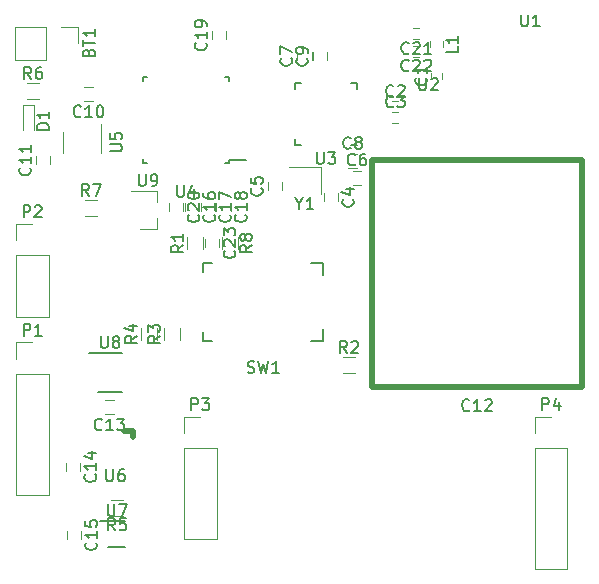
<source format=gto>
G04 #@! TF.FileFunction,Legend,Top*
%FSLAX46Y46*%
G04 Gerber Fmt 4.6, Leading zero omitted, Abs format (unit mm)*
G04 Created by KiCad (PCBNEW 4.0.5) date Thu Mar 16 09:26:44 2017*
%MOMM*%
%LPD*%
G01*
G04 APERTURE LIST*
%ADD10C,0.100000*%
%ADD11C,0.120000*%
%ADD12C,0.500000*%
%ADD13C,0.150000*%
%ADD14C,0.200000*%
G04 APERTURE END LIST*
D10*
D11*
X139278000Y-112607500D02*
X136618000Y-112607500D01*
X136618000Y-112607500D02*
X136618000Y-115387500D01*
X136618000Y-115387500D02*
X139278000Y-115387500D01*
X139278000Y-115387500D02*
X139278000Y-112607500D01*
X140548000Y-112607500D02*
X141938000Y-112607500D01*
X141938000Y-112607500D02*
X141938000Y-113997500D01*
X163957500Y-126700500D02*
X163957500Y-127400500D01*
X162757500Y-127400500D02*
X162757500Y-126700500D01*
X158023000Y-126461000D02*
X158023000Y-125761000D01*
X159223000Y-125761000D02*
X159223000Y-126461000D01*
X165230000Y-124799500D02*
X165930000Y-124799500D01*
X165930000Y-125999500D02*
X165230000Y-125999500D01*
X160535000Y-115462500D02*
X160535000Y-114762500D01*
X161735000Y-114762500D02*
X161735000Y-115462500D01*
X164849000Y-123402500D02*
X165549000Y-123402500D01*
X165549000Y-124602500D02*
X164849000Y-124602500D01*
X161868500Y-115462500D02*
X161868500Y-114762500D01*
X163068500Y-114762500D02*
X163068500Y-115462500D01*
X143184000Y-118915500D02*
X142484000Y-118915500D01*
X142484000Y-117715500D02*
X143184000Y-117715500D01*
X138424000Y-124253500D02*
X138424000Y-123553500D01*
X139624000Y-123553500D02*
X139624000Y-124253500D01*
D12*
X166840000Y-143147500D02*
X184640000Y-143147500D01*
X184640000Y-142897500D02*
X184640000Y-123897500D01*
X166840000Y-123897500D02*
X184640000Y-123897500D01*
X166840000Y-142897500D02*
X166840000Y-123897500D01*
D11*
X144975000Y-145430500D02*
X144275000Y-145430500D01*
X144275000Y-144230500D02*
X144975000Y-144230500D01*
X142141500Y-149510000D02*
X142141500Y-150210000D01*
X140941500Y-150210000D02*
X140941500Y-149510000D01*
X142205000Y-155288500D02*
X142205000Y-155988500D01*
X141005000Y-155988500D02*
X141005000Y-155288500D01*
X152210000Y-127526000D02*
X152210000Y-128226000D01*
X151010000Y-128226000D02*
X151010000Y-127526000D01*
X136694500Y-131940000D02*
X136694500Y-137140000D01*
X136694500Y-137140000D02*
X139474500Y-137140000D01*
X139474500Y-137140000D02*
X139474500Y-131940000D01*
X139474500Y-131940000D02*
X136694500Y-131940000D01*
X136694500Y-130670000D02*
X136694500Y-129280000D01*
X136694500Y-129280000D02*
X138084500Y-129280000D01*
X150900000Y-148270000D02*
X150900000Y-156010000D01*
X150900000Y-156010000D02*
X153680000Y-156010000D01*
X153680000Y-156010000D02*
X153680000Y-148270000D01*
X153680000Y-148270000D02*
X150900000Y-148270000D01*
X150900000Y-147000000D02*
X150900000Y-145610000D01*
X150900000Y-145610000D02*
X152290000Y-145610000D01*
X180610000Y-148270000D02*
X180610000Y-158550000D01*
X180610000Y-158550000D02*
X183390000Y-158550000D01*
X183390000Y-158550000D02*
X183390000Y-148270000D01*
X183390000Y-148270000D02*
X180610000Y-148270000D01*
X180610000Y-147000000D02*
X180610000Y-145610000D01*
X180610000Y-145610000D02*
X182000000Y-145610000D01*
X165381500Y-141891000D02*
X164381500Y-141891000D01*
X164381500Y-140531000D02*
X165381500Y-140531000D01*
X150575500Y-138107500D02*
X150575500Y-139107500D01*
X149215500Y-139107500D02*
X149215500Y-138107500D01*
X148607000Y-138107500D02*
X148607000Y-139107500D01*
X147247000Y-139107500D02*
X147247000Y-138107500D01*
X144760000Y-152659500D02*
X145760000Y-152659500D01*
X145760000Y-154019500D02*
X144760000Y-154019500D01*
D13*
X160316000Y-122640000D02*
X160316000Y-122115000D01*
X165566000Y-117390000D02*
X165566000Y-117915000D01*
X160316000Y-117390000D02*
X160316000Y-117915000D01*
X165566000Y-122640000D02*
X165041000Y-122640000D01*
X165566000Y-117390000D02*
X165041000Y-117390000D01*
X160316000Y-117390000D02*
X160841000Y-117390000D01*
X160316000Y-122640000D02*
X160841000Y-122640000D01*
X154727000Y-124135000D02*
X154727000Y-123910000D01*
X147477000Y-124135000D02*
X147477000Y-123810000D01*
X147477000Y-116885000D02*
X147477000Y-117210000D01*
X154727000Y-116885000D02*
X154727000Y-117210000D01*
X154727000Y-124135000D02*
X154402000Y-124135000D01*
X154727000Y-116885000D02*
X154402000Y-116885000D01*
X147477000Y-116885000D02*
X147802000Y-116885000D01*
X147477000Y-124135000D02*
X147802000Y-124135000D01*
X154727000Y-123910000D02*
X156152000Y-123910000D01*
D11*
X140716000Y-121479500D02*
X140716000Y-123279500D01*
X143936000Y-123279500D02*
X143936000Y-120829500D01*
D12*
X145859500Y-146812000D02*
X146621500Y-146812000D01*
X146621500Y-146812000D02*
X146621500Y-147320000D01*
D13*
X143628000Y-143572500D02*
X145678000Y-143572500D01*
X142923000Y-140272500D02*
X145678000Y-140272500D01*
X144499500Y-156675000D02*
X145949500Y-156675000D01*
X143774500Y-154475000D02*
X145949500Y-154475000D01*
D11*
X162513000Y-126753000D02*
X162513000Y-124453000D01*
X162513000Y-124453000D02*
X159813000Y-124453000D01*
X148623500Y-129710000D02*
X148623500Y-128780000D01*
X148623500Y-126550000D02*
X148623500Y-127480000D01*
X148623500Y-126550000D02*
X146463500Y-126550000D01*
X148623500Y-129710000D02*
X147163500Y-129710000D01*
X153543500Y-127526000D02*
X153543500Y-128226000D01*
X152343500Y-128226000D02*
X152343500Y-127526000D01*
X154877000Y-127526000D02*
X154877000Y-128226000D01*
X153677000Y-128226000D02*
X153677000Y-127526000D01*
X153296000Y-113684500D02*
X153296000Y-112984500D01*
X154496000Y-112984500D02*
X154496000Y-113684500D01*
X150876500Y-127526000D02*
X150876500Y-128226000D01*
X149676500Y-128226000D02*
X149676500Y-127526000D01*
X136694500Y-141973000D02*
X136694500Y-152253000D01*
X136694500Y-152253000D02*
X139474500Y-152253000D01*
X139474500Y-152253000D02*
X139474500Y-141973000D01*
X139474500Y-141973000D02*
X136694500Y-141973000D01*
X136694500Y-140703000D02*
X136694500Y-139313000D01*
X136694500Y-139313000D02*
X138084500Y-139313000D01*
X170346500Y-113677500D02*
X170846500Y-113677500D01*
X170846500Y-112737500D02*
X170346500Y-112737500D01*
X170346500Y-115138000D02*
X170846500Y-115138000D01*
X170846500Y-114198000D02*
X170346500Y-114198000D01*
X172841000Y-114346500D02*
X172841000Y-113846500D01*
X171781000Y-113846500D02*
X171781000Y-114346500D01*
X171841000Y-116513500D02*
X171841000Y-117013500D01*
X172781000Y-117013500D02*
X172781000Y-116513500D01*
X169068500Y-118897000D02*
X168568500Y-118897000D01*
X168568500Y-119837000D02*
X169068500Y-119837000D01*
X169068500Y-119786000D02*
X168568500Y-119786000D01*
X168568500Y-120726000D02*
X169068500Y-120726000D01*
X138267000Y-119273500D02*
X137267000Y-119273500D01*
X137267000Y-119273500D02*
X137267000Y-121373500D01*
X138267000Y-119273500D02*
X138267000Y-121373500D01*
X138648000Y-118713500D02*
X137648000Y-118713500D01*
X137648000Y-117353500D02*
X138648000Y-117353500D01*
X143537500Y-128619500D02*
X142537500Y-128619500D01*
X142537500Y-127259500D02*
X143537500Y-127259500D01*
D14*
X161706500Y-132575000D02*
X162722500Y-132575000D01*
X162722500Y-132575000D02*
X162722500Y-133591000D01*
X152562500Y-138417000D02*
X152562500Y-138925000D01*
X152562500Y-138925000D02*
X152562500Y-139179000D01*
X152562500Y-139179000D02*
X153324500Y-139179000D01*
X162722500Y-138163000D02*
X162722500Y-139179000D01*
X162722500Y-139179000D02*
X161706500Y-139179000D01*
X152562500Y-132575000D02*
X152562500Y-133083000D01*
X152562500Y-133083000D02*
X152562500Y-133337000D01*
X153324500Y-132575000D02*
X152562500Y-132575000D01*
D11*
X153924500Y-130574000D02*
X153924500Y-131274000D01*
X152724500Y-131274000D02*
X152724500Y-130574000D01*
X152544000Y-130424000D02*
X152544000Y-131424000D01*
X151184000Y-131424000D02*
X151184000Y-130424000D01*
X154105000Y-131424000D02*
X154105000Y-130424000D01*
X155465000Y-130424000D02*
X155465000Y-131424000D01*
D13*
X142866571Y-114783214D02*
X142914190Y-114640357D01*
X142961810Y-114592738D01*
X143057048Y-114545119D01*
X143199905Y-114545119D01*
X143295143Y-114592738D01*
X143342762Y-114640357D01*
X143390381Y-114735595D01*
X143390381Y-115116548D01*
X142390381Y-115116548D01*
X142390381Y-114783214D01*
X142438000Y-114687976D01*
X142485619Y-114640357D01*
X142580857Y-114592738D01*
X142676095Y-114592738D01*
X142771333Y-114640357D01*
X142818952Y-114687976D01*
X142866571Y-114783214D01*
X142866571Y-115116548D01*
X142390381Y-114259405D02*
X142390381Y-113687976D01*
X143390381Y-113973691D02*
X142390381Y-113973691D01*
X143390381Y-112830833D02*
X143390381Y-113402262D01*
X143390381Y-113116548D02*
X142390381Y-113116548D01*
X142533238Y-113211786D01*
X142628476Y-113307024D01*
X142676095Y-113402262D01*
X165214643Y-127217166D02*
X165262262Y-127264785D01*
X165309881Y-127407642D01*
X165309881Y-127502880D01*
X165262262Y-127645738D01*
X165167024Y-127740976D01*
X165071786Y-127788595D01*
X164881310Y-127836214D01*
X164738452Y-127836214D01*
X164547976Y-127788595D01*
X164452738Y-127740976D01*
X164357500Y-127645738D01*
X164309881Y-127502880D01*
X164309881Y-127407642D01*
X164357500Y-127264785D01*
X164405119Y-127217166D01*
X164643214Y-126360023D02*
X165309881Y-126360023D01*
X164262262Y-126598119D02*
X164976548Y-126836214D01*
X164976548Y-126217166D01*
X157480143Y-126277666D02*
X157527762Y-126325285D01*
X157575381Y-126468142D01*
X157575381Y-126563380D01*
X157527762Y-126706238D01*
X157432524Y-126801476D01*
X157337286Y-126849095D01*
X157146810Y-126896714D01*
X157003952Y-126896714D01*
X156813476Y-126849095D01*
X156718238Y-126801476D01*
X156623000Y-126706238D01*
X156575381Y-126563380D01*
X156575381Y-126468142D01*
X156623000Y-126325285D01*
X156670619Y-126277666D01*
X156575381Y-125372904D02*
X156575381Y-125849095D01*
X157051571Y-125896714D01*
X157003952Y-125849095D01*
X156956333Y-125753857D01*
X156956333Y-125515761D01*
X157003952Y-125420523D01*
X157051571Y-125372904D01*
X157146810Y-125325285D01*
X157384905Y-125325285D01*
X157480143Y-125372904D01*
X157527762Y-125420523D01*
X157575381Y-125515761D01*
X157575381Y-125753857D01*
X157527762Y-125849095D01*
X157480143Y-125896714D01*
X165413334Y-124256643D02*
X165365715Y-124304262D01*
X165222858Y-124351881D01*
X165127620Y-124351881D01*
X164984762Y-124304262D01*
X164889524Y-124209024D01*
X164841905Y-124113786D01*
X164794286Y-123923310D01*
X164794286Y-123780452D01*
X164841905Y-123589976D01*
X164889524Y-123494738D01*
X164984762Y-123399500D01*
X165127620Y-123351881D01*
X165222858Y-123351881D01*
X165365715Y-123399500D01*
X165413334Y-123447119D01*
X166270477Y-123351881D02*
X166080000Y-123351881D01*
X165984762Y-123399500D01*
X165937143Y-123447119D01*
X165841905Y-123589976D01*
X165794286Y-123780452D01*
X165794286Y-124161405D01*
X165841905Y-124256643D01*
X165889524Y-124304262D01*
X165984762Y-124351881D01*
X166175239Y-124351881D01*
X166270477Y-124304262D01*
X166318096Y-124256643D01*
X166365715Y-124161405D01*
X166365715Y-123923310D01*
X166318096Y-123828071D01*
X166270477Y-123780452D01*
X166175239Y-123732833D01*
X165984762Y-123732833D01*
X165889524Y-123780452D01*
X165841905Y-123828071D01*
X165794286Y-123923310D01*
X159992143Y-115279166D02*
X160039762Y-115326785D01*
X160087381Y-115469642D01*
X160087381Y-115564880D01*
X160039762Y-115707738D01*
X159944524Y-115802976D01*
X159849286Y-115850595D01*
X159658810Y-115898214D01*
X159515952Y-115898214D01*
X159325476Y-115850595D01*
X159230238Y-115802976D01*
X159135000Y-115707738D01*
X159087381Y-115564880D01*
X159087381Y-115469642D01*
X159135000Y-115326785D01*
X159182619Y-115279166D01*
X159087381Y-114945833D02*
X159087381Y-114279166D01*
X160087381Y-114707738D01*
X165032334Y-122859643D02*
X164984715Y-122907262D01*
X164841858Y-122954881D01*
X164746620Y-122954881D01*
X164603762Y-122907262D01*
X164508524Y-122812024D01*
X164460905Y-122716786D01*
X164413286Y-122526310D01*
X164413286Y-122383452D01*
X164460905Y-122192976D01*
X164508524Y-122097738D01*
X164603762Y-122002500D01*
X164746620Y-121954881D01*
X164841858Y-121954881D01*
X164984715Y-122002500D01*
X165032334Y-122050119D01*
X165603762Y-122383452D02*
X165508524Y-122335833D01*
X165460905Y-122288214D01*
X165413286Y-122192976D01*
X165413286Y-122145357D01*
X165460905Y-122050119D01*
X165508524Y-122002500D01*
X165603762Y-121954881D01*
X165794239Y-121954881D01*
X165889477Y-122002500D01*
X165937096Y-122050119D01*
X165984715Y-122145357D01*
X165984715Y-122192976D01*
X165937096Y-122288214D01*
X165889477Y-122335833D01*
X165794239Y-122383452D01*
X165603762Y-122383452D01*
X165508524Y-122431071D01*
X165460905Y-122478690D01*
X165413286Y-122573929D01*
X165413286Y-122764405D01*
X165460905Y-122859643D01*
X165508524Y-122907262D01*
X165603762Y-122954881D01*
X165794239Y-122954881D01*
X165889477Y-122907262D01*
X165937096Y-122859643D01*
X165984715Y-122764405D01*
X165984715Y-122573929D01*
X165937096Y-122478690D01*
X165889477Y-122431071D01*
X165794239Y-122383452D01*
X161325643Y-115279166D02*
X161373262Y-115326785D01*
X161420881Y-115469642D01*
X161420881Y-115564880D01*
X161373262Y-115707738D01*
X161278024Y-115802976D01*
X161182786Y-115850595D01*
X160992310Y-115898214D01*
X160849452Y-115898214D01*
X160658976Y-115850595D01*
X160563738Y-115802976D01*
X160468500Y-115707738D01*
X160420881Y-115564880D01*
X160420881Y-115469642D01*
X160468500Y-115326785D01*
X160516119Y-115279166D01*
X161420881Y-114802976D02*
X161420881Y-114612500D01*
X161373262Y-114517261D01*
X161325643Y-114469642D01*
X161182786Y-114374404D01*
X160992310Y-114326785D01*
X160611357Y-114326785D01*
X160516119Y-114374404D01*
X160468500Y-114422023D01*
X160420881Y-114517261D01*
X160420881Y-114707738D01*
X160468500Y-114802976D01*
X160516119Y-114850595D01*
X160611357Y-114898214D01*
X160849452Y-114898214D01*
X160944690Y-114850595D01*
X160992310Y-114802976D01*
X161039929Y-114707738D01*
X161039929Y-114517261D01*
X160992310Y-114422023D01*
X160944690Y-114374404D01*
X160849452Y-114326785D01*
X142191143Y-120172643D02*
X142143524Y-120220262D01*
X142000667Y-120267881D01*
X141905429Y-120267881D01*
X141762571Y-120220262D01*
X141667333Y-120125024D01*
X141619714Y-120029786D01*
X141572095Y-119839310D01*
X141572095Y-119696452D01*
X141619714Y-119505976D01*
X141667333Y-119410738D01*
X141762571Y-119315500D01*
X141905429Y-119267881D01*
X142000667Y-119267881D01*
X142143524Y-119315500D01*
X142191143Y-119363119D01*
X143143524Y-120267881D02*
X142572095Y-120267881D01*
X142857809Y-120267881D02*
X142857809Y-119267881D01*
X142762571Y-119410738D01*
X142667333Y-119505976D01*
X142572095Y-119553595D01*
X143762571Y-119267881D02*
X143857810Y-119267881D01*
X143953048Y-119315500D01*
X144000667Y-119363119D01*
X144048286Y-119458357D01*
X144095905Y-119648833D01*
X144095905Y-119886929D01*
X144048286Y-120077405D01*
X144000667Y-120172643D01*
X143953048Y-120220262D01*
X143857810Y-120267881D01*
X143762571Y-120267881D01*
X143667333Y-120220262D01*
X143619714Y-120172643D01*
X143572095Y-120077405D01*
X143524476Y-119886929D01*
X143524476Y-119648833D01*
X143572095Y-119458357D01*
X143619714Y-119363119D01*
X143667333Y-119315500D01*
X143762571Y-119267881D01*
X137881143Y-124546357D02*
X137928762Y-124593976D01*
X137976381Y-124736833D01*
X137976381Y-124832071D01*
X137928762Y-124974929D01*
X137833524Y-125070167D01*
X137738286Y-125117786D01*
X137547810Y-125165405D01*
X137404952Y-125165405D01*
X137214476Y-125117786D01*
X137119238Y-125070167D01*
X137024000Y-124974929D01*
X136976381Y-124832071D01*
X136976381Y-124736833D01*
X137024000Y-124593976D01*
X137071619Y-124546357D01*
X137976381Y-123593976D02*
X137976381Y-124165405D01*
X137976381Y-123879691D02*
X136976381Y-123879691D01*
X137119238Y-123974929D01*
X137214476Y-124070167D01*
X137262095Y-124165405D01*
X137976381Y-122641595D02*
X137976381Y-123213024D01*
X137976381Y-122927310D02*
X136976381Y-122927310D01*
X137119238Y-123022548D01*
X137214476Y-123117786D01*
X137262095Y-123213024D01*
X175097143Y-145060643D02*
X175049524Y-145108262D01*
X174906667Y-145155881D01*
X174811429Y-145155881D01*
X174668571Y-145108262D01*
X174573333Y-145013024D01*
X174525714Y-144917786D01*
X174478095Y-144727310D01*
X174478095Y-144584452D01*
X174525714Y-144393976D01*
X174573333Y-144298738D01*
X174668571Y-144203500D01*
X174811429Y-144155881D01*
X174906667Y-144155881D01*
X175049524Y-144203500D01*
X175097143Y-144251119D01*
X176049524Y-145155881D02*
X175478095Y-145155881D01*
X175763809Y-145155881D02*
X175763809Y-144155881D01*
X175668571Y-144298738D01*
X175573333Y-144393976D01*
X175478095Y-144441595D01*
X176430476Y-144251119D02*
X176478095Y-144203500D01*
X176573333Y-144155881D01*
X176811429Y-144155881D01*
X176906667Y-144203500D01*
X176954286Y-144251119D01*
X177001905Y-144346357D01*
X177001905Y-144441595D01*
X176954286Y-144584452D01*
X176382857Y-145155881D01*
X177001905Y-145155881D01*
X143982143Y-146687643D02*
X143934524Y-146735262D01*
X143791667Y-146782881D01*
X143696429Y-146782881D01*
X143553571Y-146735262D01*
X143458333Y-146640024D01*
X143410714Y-146544786D01*
X143363095Y-146354310D01*
X143363095Y-146211452D01*
X143410714Y-146020976D01*
X143458333Y-145925738D01*
X143553571Y-145830500D01*
X143696429Y-145782881D01*
X143791667Y-145782881D01*
X143934524Y-145830500D01*
X143982143Y-145878119D01*
X144934524Y-146782881D02*
X144363095Y-146782881D01*
X144648809Y-146782881D02*
X144648809Y-145782881D01*
X144553571Y-145925738D01*
X144458333Y-146020976D01*
X144363095Y-146068595D01*
X145267857Y-145782881D02*
X145886905Y-145782881D01*
X145553571Y-146163833D01*
X145696429Y-146163833D01*
X145791667Y-146211452D01*
X145839286Y-146259071D01*
X145886905Y-146354310D01*
X145886905Y-146592405D01*
X145839286Y-146687643D01*
X145791667Y-146735262D01*
X145696429Y-146782881D01*
X145410714Y-146782881D01*
X145315476Y-146735262D01*
X145267857Y-146687643D01*
X143398643Y-150502857D02*
X143446262Y-150550476D01*
X143493881Y-150693333D01*
X143493881Y-150788571D01*
X143446262Y-150931429D01*
X143351024Y-151026667D01*
X143255786Y-151074286D01*
X143065310Y-151121905D01*
X142922452Y-151121905D01*
X142731976Y-151074286D01*
X142636738Y-151026667D01*
X142541500Y-150931429D01*
X142493881Y-150788571D01*
X142493881Y-150693333D01*
X142541500Y-150550476D01*
X142589119Y-150502857D01*
X143493881Y-149550476D02*
X143493881Y-150121905D01*
X143493881Y-149836191D02*
X142493881Y-149836191D01*
X142636738Y-149931429D01*
X142731976Y-150026667D01*
X142779595Y-150121905D01*
X142827214Y-148693333D02*
X143493881Y-148693333D01*
X142446262Y-148931429D02*
X143160548Y-149169524D01*
X143160548Y-148550476D01*
X143462143Y-156281357D02*
X143509762Y-156328976D01*
X143557381Y-156471833D01*
X143557381Y-156567071D01*
X143509762Y-156709929D01*
X143414524Y-156805167D01*
X143319286Y-156852786D01*
X143128810Y-156900405D01*
X142985952Y-156900405D01*
X142795476Y-156852786D01*
X142700238Y-156805167D01*
X142605000Y-156709929D01*
X142557381Y-156567071D01*
X142557381Y-156471833D01*
X142605000Y-156328976D01*
X142652619Y-156281357D01*
X143557381Y-155328976D02*
X143557381Y-155900405D01*
X143557381Y-155614691D02*
X142557381Y-155614691D01*
X142700238Y-155709929D01*
X142795476Y-155805167D01*
X142843095Y-155900405D01*
X142557381Y-154424214D02*
X142557381Y-154900405D01*
X143033571Y-154948024D01*
X142985952Y-154900405D01*
X142938333Y-154805167D01*
X142938333Y-154567071D01*
X142985952Y-154471833D01*
X143033571Y-154424214D01*
X143128810Y-154376595D01*
X143366905Y-154376595D01*
X143462143Y-154424214D01*
X143509762Y-154471833D01*
X143557381Y-154567071D01*
X143557381Y-154805167D01*
X143509762Y-154900405D01*
X143462143Y-154948024D01*
X153467143Y-128518857D02*
X153514762Y-128566476D01*
X153562381Y-128709333D01*
X153562381Y-128804571D01*
X153514762Y-128947429D01*
X153419524Y-129042667D01*
X153324286Y-129090286D01*
X153133810Y-129137905D01*
X152990952Y-129137905D01*
X152800476Y-129090286D01*
X152705238Y-129042667D01*
X152610000Y-128947429D01*
X152562381Y-128804571D01*
X152562381Y-128709333D01*
X152610000Y-128566476D01*
X152657619Y-128518857D01*
X153562381Y-127566476D02*
X153562381Y-128137905D01*
X153562381Y-127852191D02*
X152562381Y-127852191D01*
X152705238Y-127947429D01*
X152800476Y-128042667D01*
X152848095Y-128137905D01*
X152562381Y-126709333D02*
X152562381Y-126899810D01*
X152610000Y-126995048D01*
X152657619Y-127042667D01*
X152800476Y-127137905D01*
X152990952Y-127185524D01*
X153371905Y-127185524D01*
X153467143Y-127137905D01*
X153514762Y-127090286D01*
X153562381Y-126995048D01*
X153562381Y-126804571D01*
X153514762Y-126709333D01*
X153467143Y-126661714D01*
X153371905Y-126614095D01*
X153133810Y-126614095D01*
X153038571Y-126661714D01*
X152990952Y-126709333D01*
X152943333Y-126804571D01*
X152943333Y-126995048D01*
X152990952Y-127090286D01*
X153038571Y-127137905D01*
X153133810Y-127185524D01*
X137346405Y-128732381D02*
X137346405Y-127732381D01*
X137727358Y-127732381D01*
X137822596Y-127780000D01*
X137870215Y-127827619D01*
X137917834Y-127922857D01*
X137917834Y-128065714D01*
X137870215Y-128160952D01*
X137822596Y-128208571D01*
X137727358Y-128256190D01*
X137346405Y-128256190D01*
X138298786Y-127827619D02*
X138346405Y-127780000D01*
X138441643Y-127732381D01*
X138679739Y-127732381D01*
X138774977Y-127780000D01*
X138822596Y-127827619D01*
X138870215Y-127922857D01*
X138870215Y-128018095D01*
X138822596Y-128160952D01*
X138251167Y-128732381D01*
X138870215Y-128732381D01*
X151551905Y-145062381D02*
X151551905Y-144062381D01*
X151932858Y-144062381D01*
X152028096Y-144110000D01*
X152075715Y-144157619D01*
X152123334Y-144252857D01*
X152123334Y-144395714D01*
X152075715Y-144490952D01*
X152028096Y-144538571D01*
X151932858Y-144586190D01*
X151551905Y-144586190D01*
X152456667Y-144062381D02*
X153075715Y-144062381D01*
X152742381Y-144443333D01*
X152885239Y-144443333D01*
X152980477Y-144490952D01*
X153028096Y-144538571D01*
X153075715Y-144633810D01*
X153075715Y-144871905D01*
X153028096Y-144967143D01*
X152980477Y-145014762D01*
X152885239Y-145062381D01*
X152599524Y-145062381D01*
X152504286Y-145014762D01*
X152456667Y-144967143D01*
X181261905Y-145062381D02*
X181261905Y-144062381D01*
X181642858Y-144062381D01*
X181738096Y-144110000D01*
X181785715Y-144157619D01*
X181833334Y-144252857D01*
X181833334Y-144395714D01*
X181785715Y-144490952D01*
X181738096Y-144538571D01*
X181642858Y-144586190D01*
X181261905Y-144586190D01*
X182690477Y-144395714D02*
X182690477Y-145062381D01*
X182452381Y-144014762D02*
X182214286Y-144729048D01*
X182833334Y-144729048D01*
X164714834Y-140213381D02*
X164381500Y-139737190D01*
X164143405Y-140213381D02*
X164143405Y-139213381D01*
X164524358Y-139213381D01*
X164619596Y-139261000D01*
X164667215Y-139308619D01*
X164714834Y-139403857D01*
X164714834Y-139546714D01*
X164667215Y-139641952D01*
X164619596Y-139689571D01*
X164524358Y-139737190D01*
X164143405Y-139737190D01*
X165095786Y-139308619D02*
X165143405Y-139261000D01*
X165238643Y-139213381D01*
X165476739Y-139213381D01*
X165571977Y-139261000D01*
X165619596Y-139308619D01*
X165667215Y-139403857D01*
X165667215Y-139499095D01*
X165619596Y-139641952D01*
X165048167Y-140213381D01*
X165667215Y-140213381D01*
X148897881Y-138774166D02*
X148421690Y-139107500D01*
X148897881Y-139345595D02*
X147897881Y-139345595D01*
X147897881Y-138964642D01*
X147945500Y-138869404D01*
X147993119Y-138821785D01*
X148088357Y-138774166D01*
X148231214Y-138774166D01*
X148326452Y-138821785D01*
X148374071Y-138869404D01*
X148421690Y-138964642D01*
X148421690Y-139345595D01*
X147897881Y-138440833D02*
X147897881Y-137821785D01*
X148278833Y-138155119D01*
X148278833Y-138012261D01*
X148326452Y-137917023D01*
X148374071Y-137869404D01*
X148469310Y-137821785D01*
X148707405Y-137821785D01*
X148802643Y-137869404D01*
X148850262Y-137917023D01*
X148897881Y-138012261D01*
X148897881Y-138297976D01*
X148850262Y-138393214D01*
X148802643Y-138440833D01*
X146929381Y-138774166D02*
X146453190Y-139107500D01*
X146929381Y-139345595D02*
X145929381Y-139345595D01*
X145929381Y-138964642D01*
X145977000Y-138869404D01*
X146024619Y-138821785D01*
X146119857Y-138774166D01*
X146262714Y-138774166D01*
X146357952Y-138821785D01*
X146405571Y-138869404D01*
X146453190Y-138964642D01*
X146453190Y-139345595D01*
X146262714Y-137917023D02*
X146929381Y-137917023D01*
X145881762Y-138155119D02*
X146596048Y-138393214D01*
X146596048Y-137774166D01*
X145093334Y-155241881D02*
X144760000Y-154765690D01*
X144521905Y-155241881D02*
X144521905Y-154241881D01*
X144902858Y-154241881D01*
X144998096Y-154289500D01*
X145045715Y-154337119D01*
X145093334Y-154432357D01*
X145093334Y-154575214D01*
X145045715Y-154670452D01*
X144998096Y-154718071D01*
X144902858Y-154765690D01*
X144521905Y-154765690D01*
X145998096Y-154241881D02*
X145521905Y-154241881D01*
X145474286Y-154718071D01*
X145521905Y-154670452D01*
X145617143Y-154622833D01*
X145855239Y-154622833D01*
X145950477Y-154670452D01*
X145998096Y-154718071D01*
X146045715Y-154813310D01*
X146045715Y-155051405D01*
X145998096Y-155146643D01*
X145950477Y-155194262D01*
X145855239Y-155241881D01*
X145617143Y-155241881D01*
X145521905Y-155194262D01*
X145474286Y-155146643D01*
X179486595Y-111580381D02*
X179486595Y-112389905D01*
X179534214Y-112485143D01*
X179581833Y-112532762D01*
X179677071Y-112580381D01*
X179867548Y-112580381D01*
X179962786Y-112532762D01*
X180010405Y-112485143D01*
X180058024Y-112389905D01*
X180058024Y-111580381D01*
X181058024Y-112580381D02*
X180486595Y-112580381D01*
X180772309Y-112580381D02*
X180772309Y-111580381D01*
X180677071Y-111723238D01*
X180581833Y-111818476D01*
X180486595Y-111866095D01*
X170850595Y-116977881D02*
X170850595Y-117787405D01*
X170898214Y-117882643D01*
X170945833Y-117930262D01*
X171041071Y-117977881D01*
X171231548Y-117977881D01*
X171326786Y-117930262D01*
X171374405Y-117882643D01*
X171422024Y-117787405D01*
X171422024Y-116977881D01*
X171850595Y-117073119D02*
X171898214Y-117025500D01*
X171993452Y-116977881D01*
X172231548Y-116977881D01*
X172326786Y-117025500D01*
X172374405Y-117073119D01*
X172422024Y-117168357D01*
X172422024Y-117263595D01*
X172374405Y-117406452D01*
X171802976Y-117977881D01*
X172422024Y-117977881D01*
X162179095Y-123217381D02*
X162179095Y-124026905D01*
X162226714Y-124122143D01*
X162274333Y-124169762D01*
X162369571Y-124217381D01*
X162560048Y-124217381D01*
X162655286Y-124169762D01*
X162702905Y-124122143D01*
X162750524Y-124026905D01*
X162750524Y-123217381D01*
X163131476Y-123217381D02*
X163750524Y-123217381D01*
X163417190Y-123598333D01*
X163560048Y-123598333D01*
X163655286Y-123645952D01*
X163702905Y-123693571D01*
X163750524Y-123788810D01*
X163750524Y-124026905D01*
X163702905Y-124122143D01*
X163655286Y-124169762D01*
X163560048Y-124217381D01*
X163274333Y-124217381D01*
X163179095Y-124169762D01*
X163131476Y-124122143D01*
X150340095Y-126012381D02*
X150340095Y-126821905D01*
X150387714Y-126917143D01*
X150435333Y-126964762D01*
X150530571Y-127012381D01*
X150721048Y-127012381D01*
X150816286Y-126964762D01*
X150863905Y-126917143D01*
X150911524Y-126821905D01*
X150911524Y-126012381D01*
X151816286Y-126345714D02*
X151816286Y-127012381D01*
X151578190Y-125964762D02*
X151340095Y-126679048D01*
X151959143Y-126679048D01*
X144678381Y-123141405D02*
X145487905Y-123141405D01*
X145583143Y-123093786D01*
X145630762Y-123046167D01*
X145678381Y-122950929D01*
X145678381Y-122760452D01*
X145630762Y-122665214D01*
X145583143Y-122617595D01*
X145487905Y-122569976D01*
X144678381Y-122569976D01*
X144678381Y-121617595D02*
X144678381Y-122093786D01*
X145154571Y-122141405D01*
X145106952Y-122093786D01*
X145059333Y-121998548D01*
X145059333Y-121760452D01*
X145106952Y-121665214D01*
X145154571Y-121617595D01*
X145249810Y-121569976D01*
X145487905Y-121569976D01*
X145583143Y-121617595D01*
X145630762Y-121665214D01*
X145678381Y-121760452D01*
X145678381Y-121998548D01*
X145630762Y-122093786D01*
X145583143Y-122141405D01*
X144335595Y-150074381D02*
X144335595Y-150883905D01*
X144383214Y-150979143D01*
X144430833Y-151026762D01*
X144526071Y-151074381D01*
X144716548Y-151074381D01*
X144811786Y-151026762D01*
X144859405Y-150979143D01*
X144907024Y-150883905D01*
X144907024Y-150074381D01*
X145811786Y-150074381D02*
X145621309Y-150074381D01*
X145526071Y-150122000D01*
X145478452Y-150169619D01*
X145383214Y-150312476D01*
X145335595Y-150502952D01*
X145335595Y-150883905D01*
X145383214Y-150979143D01*
X145430833Y-151026762D01*
X145526071Y-151074381D01*
X145716548Y-151074381D01*
X145811786Y-151026762D01*
X145859405Y-150979143D01*
X145907024Y-150883905D01*
X145907024Y-150645810D01*
X145859405Y-150550571D01*
X145811786Y-150502952D01*
X145716548Y-150455333D01*
X145526071Y-150455333D01*
X145430833Y-150502952D01*
X145383214Y-150550571D01*
X145335595Y-150645810D01*
X143891095Y-138799881D02*
X143891095Y-139609405D01*
X143938714Y-139704643D01*
X143986333Y-139752262D01*
X144081571Y-139799881D01*
X144272048Y-139799881D01*
X144367286Y-139752262D01*
X144414905Y-139704643D01*
X144462524Y-139609405D01*
X144462524Y-138799881D01*
X145081571Y-139228452D02*
X144986333Y-139180833D01*
X144938714Y-139133214D01*
X144891095Y-139037976D01*
X144891095Y-138990357D01*
X144938714Y-138895119D01*
X144986333Y-138847500D01*
X145081571Y-138799881D01*
X145272048Y-138799881D01*
X145367286Y-138847500D01*
X145414905Y-138895119D01*
X145462524Y-138990357D01*
X145462524Y-139037976D01*
X145414905Y-139133214D01*
X145367286Y-139180833D01*
X145272048Y-139228452D01*
X145081571Y-139228452D01*
X144986333Y-139276071D01*
X144938714Y-139323690D01*
X144891095Y-139418929D01*
X144891095Y-139609405D01*
X144938714Y-139704643D01*
X144986333Y-139752262D01*
X145081571Y-139799881D01*
X145272048Y-139799881D01*
X145367286Y-139752262D01*
X145414905Y-139704643D01*
X145462524Y-139609405D01*
X145462524Y-139418929D01*
X145414905Y-139323690D01*
X145367286Y-139276071D01*
X145272048Y-139228452D01*
X144462595Y-153002381D02*
X144462595Y-153811905D01*
X144510214Y-153907143D01*
X144557833Y-153954762D01*
X144653071Y-154002381D01*
X144843548Y-154002381D01*
X144938786Y-153954762D01*
X144986405Y-153907143D01*
X145034024Y-153811905D01*
X145034024Y-153002381D01*
X145414976Y-153002381D02*
X146081643Y-153002381D01*
X145653071Y-154002381D01*
X160686809Y-127579190D02*
X160686809Y-128055381D01*
X160353476Y-127055381D02*
X160686809Y-127579190D01*
X161020143Y-127055381D01*
X161877286Y-128055381D02*
X161305857Y-128055381D01*
X161591571Y-128055381D02*
X161591571Y-127055381D01*
X161496333Y-127198238D01*
X161401095Y-127293476D01*
X161305857Y-127341095D01*
X147101595Y-125082381D02*
X147101595Y-125891905D01*
X147149214Y-125987143D01*
X147196833Y-126034762D01*
X147292071Y-126082381D01*
X147482548Y-126082381D01*
X147577786Y-126034762D01*
X147625405Y-125987143D01*
X147673024Y-125891905D01*
X147673024Y-125082381D01*
X148196833Y-126082381D02*
X148387309Y-126082381D01*
X148482548Y-126034762D01*
X148530167Y-125987143D01*
X148625405Y-125844286D01*
X148673024Y-125653810D01*
X148673024Y-125272857D01*
X148625405Y-125177619D01*
X148577786Y-125130000D01*
X148482548Y-125082381D01*
X148292071Y-125082381D01*
X148196833Y-125130000D01*
X148149214Y-125177619D01*
X148101595Y-125272857D01*
X148101595Y-125510952D01*
X148149214Y-125606190D01*
X148196833Y-125653810D01*
X148292071Y-125701429D01*
X148482548Y-125701429D01*
X148577786Y-125653810D01*
X148625405Y-125606190D01*
X148673024Y-125510952D01*
X154800643Y-128518857D02*
X154848262Y-128566476D01*
X154895881Y-128709333D01*
X154895881Y-128804571D01*
X154848262Y-128947429D01*
X154753024Y-129042667D01*
X154657786Y-129090286D01*
X154467310Y-129137905D01*
X154324452Y-129137905D01*
X154133976Y-129090286D01*
X154038738Y-129042667D01*
X153943500Y-128947429D01*
X153895881Y-128804571D01*
X153895881Y-128709333D01*
X153943500Y-128566476D01*
X153991119Y-128518857D01*
X154895881Y-127566476D02*
X154895881Y-128137905D01*
X154895881Y-127852191D02*
X153895881Y-127852191D01*
X154038738Y-127947429D01*
X154133976Y-128042667D01*
X154181595Y-128137905D01*
X153895881Y-127233143D02*
X153895881Y-126566476D01*
X154895881Y-126995048D01*
X156134143Y-128518857D02*
X156181762Y-128566476D01*
X156229381Y-128709333D01*
X156229381Y-128804571D01*
X156181762Y-128947429D01*
X156086524Y-129042667D01*
X155991286Y-129090286D01*
X155800810Y-129137905D01*
X155657952Y-129137905D01*
X155467476Y-129090286D01*
X155372238Y-129042667D01*
X155277000Y-128947429D01*
X155229381Y-128804571D01*
X155229381Y-128709333D01*
X155277000Y-128566476D01*
X155324619Y-128518857D01*
X156229381Y-127566476D02*
X156229381Y-128137905D01*
X156229381Y-127852191D02*
X155229381Y-127852191D01*
X155372238Y-127947429D01*
X155467476Y-128042667D01*
X155515095Y-128137905D01*
X155657952Y-126995048D02*
X155610333Y-127090286D01*
X155562714Y-127137905D01*
X155467476Y-127185524D01*
X155419857Y-127185524D01*
X155324619Y-127137905D01*
X155277000Y-127090286D01*
X155229381Y-126995048D01*
X155229381Y-126804571D01*
X155277000Y-126709333D01*
X155324619Y-126661714D01*
X155419857Y-126614095D01*
X155467476Y-126614095D01*
X155562714Y-126661714D01*
X155610333Y-126709333D01*
X155657952Y-126804571D01*
X155657952Y-126995048D01*
X155705571Y-127090286D01*
X155753190Y-127137905D01*
X155848429Y-127185524D01*
X156038905Y-127185524D01*
X156134143Y-127137905D01*
X156181762Y-127090286D01*
X156229381Y-126995048D01*
X156229381Y-126804571D01*
X156181762Y-126709333D01*
X156134143Y-126661714D01*
X156038905Y-126614095D01*
X155848429Y-126614095D01*
X155753190Y-126661714D01*
X155705571Y-126709333D01*
X155657952Y-126804571D01*
X152753143Y-113977357D02*
X152800762Y-114024976D01*
X152848381Y-114167833D01*
X152848381Y-114263071D01*
X152800762Y-114405929D01*
X152705524Y-114501167D01*
X152610286Y-114548786D01*
X152419810Y-114596405D01*
X152276952Y-114596405D01*
X152086476Y-114548786D01*
X151991238Y-114501167D01*
X151896000Y-114405929D01*
X151848381Y-114263071D01*
X151848381Y-114167833D01*
X151896000Y-114024976D01*
X151943619Y-113977357D01*
X152848381Y-113024976D02*
X152848381Y-113596405D01*
X152848381Y-113310691D02*
X151848381Y-113310691D01*
X151991238Y-113405929D01*
X152086476Y-113501167D01*
X152134095Y-113596405D01*
X152848381Y-112548786D02*
X152848381Y-112358310D01*
X152800762Y-112263071D01*
X152753143Y-112215452D01*
X152610286Y-112120214D01*
X152419810Y-112072595D01*
X152038857Y-112072595D01*
X151943619Y-112120214D01*
X151896000Y-112167833D01*
X151848381Y-112263071D01*
X151848381Y-112453548D01*
X151896000Y-112548786D01*
X151943619Y-112596405D01*
X152038857Y-112644024D01*
X152276952Y-112644024D01*
X152372190Y-112596405D01*
X152419810Y-112548786D01*
X152467429Y-112453548D01*
X152467429Y-112263071D01*
X152419810Y-112167833D01*
X152372190Y-112120214D01*
X152276952Y-112072595D01*
X152133643Y-128518857D02*
X152181262Y-128566476D01*
X152228881Y-128709333D01*
X152228881Y-128804571D01*
X152181262Y-128947429D01*
X152086024Y-129042667D01*
X151990786Y-129090286D01*
X151800310Y-129137905D01*
X151657452Y-129137905D01*
X151466976Y-129090286D01*
X151371738Y-129042667D01*
X151276500Y-128947429D01*
X151228881Y-128804571D01*
X151228881Y-128709333D01*
X151276500Y-128566476D01*
X151324119Y-128518857D01*
X151324119Y-128137905D02*
X151276500Y-128090286D01*
X151228881Y-127995048D01*
X151228881Y-127756952D01*
X151276500Y-127661714D01*
X151324119Y-127614095D01*
X151419357Y-127566476D01*
X151514595Y-127566476D01*
X151657452Y-127614095D01*
X152228881Y-128185524D01*
X152228881Y-127566476D01*
X151228881Y-126947429D02*
X151228881Y-126852190D01*
X151276500Y-126756952D01*
X151324119Y-126709333D01*
X151419357Y-126661714D01*
X151609833Y-126614095D01*
X151847929Y-126614095D01*
X152038405Y-126661714D01*
X152133643Y-126709333D01*
X152181262Y-126756952D01*
X152228881Y-126852190D01*
X152228881Y-126947429D01*
X152181262Y-127042667D01*
X152133643Y-127090286D01*
X152038405Y-127137905D01*
X151847929Y-127185524D01*
X151609833Y-127185524D01*
X151419357Y-127137905D01*
X151324119Y-127090286D01*
X151276500Y-127042667D01*
X151228881Y-126947429D01*
X137346405Y-138765381D02*
X137346405Y-137765381D01*
X137727358Y-137765381D01*
X137822596Y-137813000D01*
X137870215Y-137860619D01*
X137917834Y-137955857D01*
X137917834Y-138098714D01*
X137870215Y-138193952D01*
X137822596Y-138241571D01*
X137727358Y-138289190D01*
X137346405Y-138289190D01*
X138870215Y-138765381D02*
X138298786Y-138765381D01*
X138584500Y-138765381D02*
X138584500Y-137765381D01*
X138489262Y-137908238D01*
X138394024Y-138003476D01*
X138298786Y-138051095D01*
X169953643Y-114834643D02*
X169906024Y-114882262D01*
X169763167Y-114929881D01*
X169667929Y-114929881D01*
X169525071Y-114882262D01*
X169429833Y-114787024D01*
X169382214Y-114691786D01*
X169334595Y-114501310D01*
X169334595Y-114358452D01*
X169382214Y-114167976D01*
X169429833Y-114072738D01*
X169525071Y-113977500D01*
X169667929Y-113929881D01*
X169763167Y-113929881D01*
X169906024Y-113977500D01*
X169953643Y-114025119D01*
X170334595Y-114025119D02*
X170382214Y-113977500D01*
X170477452Y-113929881D01*
X170715548Y-113929881D01*
X170810786Y-113977500D01*
X170858405Y-114025119D01*
X170906024Y-114120357D01*
X170906024Y-114215595D01*
X170858405Y-114358452D01*
X170286976Y-114929881D01*
X170906024Y-114929881D01*
X171858405Y-114929881D02*
X171286976Y-114929881D01*
X171572690Y-114929881D02*
X171572690Y-113929881D01*
X171477452Y-114072738D01*
X171382214Y-114167976D01*
X171286976Y-114215595D01*
X169953643Y-116295143D02*
X169906024Y-116342762D01*
X169763167Y-116390381D01*
X169667929Y-116390381D01*
X169525071Y-116342762D01*
X169429833Y-116247524D01*
X169382214Y-116152286D01*
X169334595Y-115961810D01*
X169334595Y-115818952D01*
X169382214Y-115628476D01*
X169429833Y-115533238D01*
X169525071Y-115438000D01*
X169667929Y-115390381D01*
X169763167Y-115390381D01*
X169906024Y-115438000D01*
X169953643Y-115485619D01*
X170334595Y-115485619D02*
X170382214Y-115438000D01*
X170477452Y-115390381D01*
X170715548Y-115390381D01*
X170810786Y-115438000D01*
X170858405Y-115485619D01*
X170906024Y-115580857D01*
X170906024Y-115676095D01*
X170858405Y-115818952D01*
X170286976Y-116390381D01*
X170906024Y-116390381D01*
X171286976Y-115485619D02*
X171334595Y-115438000D01*
X171429833Y-115390381D01*
X171667929Y-115390381D01*
X171763167Y-115438000D01*
X171810786Y-115485619D01*
X171858405Y-115580857D01*
X171858405Y-115676095D01*
X171810786Y-115818952D01*
X171239357Y-116390381D01*
X171858405Y-116390381D01*
X174113381Y-114263166D02*
X174113381Y-114739357D01*
X173113381Y-114739357D01*
X174113381Y-113406023D02*
X174113381Y-113977452D01*
X174113381Y-113691738D02*
X173113381Y-113691738D01*
X173256238Y-113786976D01*
X173351476Y-113882214D01*
X173399095Y-113977452D01*
X171398143Y-116930166D02*
X171445762Y-116977785D01*
X171493381Y-117120642D01*
X171493381Y-117215880D01*
X171445762Y-117358738D01*
X171350524Y-117453976D01*
X171255286Y-117501595D01*
X171064810Y-117549214D01*
X170921952Y-117549214D01*
X170731476Y-117501595D01*
X170636238Y-117453976D01*
X170541000Y-117358738D01*
X170493381Y-117215880D01*
X170493381Y-117120642D01*
X170541000Y-116977785D01*
X170588619Y-116930166D01*
X171493381Y-115977785D02*
X171493381Y-116549214D01*
X171493381Y-116263500D02*
X170493381Y-116263500D01*
X170636238Y-116358738D01*
X170731476Y-116453976D01*
X170779095Y-116549214D01*
X168651834Y-118454143D02*
X168604215Y-118501762D01*
X168461358Y-118549381D01*
X168366120Y-118549381D01*
X168223262Y-118501762D01*
X168128024Y-118406524D01*
X168080405Y-118311286D01*
X168032786Y-118120810D01*
X168032786Y-117977952D01*
X168080405Y-117787476D01*
X168128024Y-117692238D01*
X168223262Y-117597000D01*
X168366120Y-117549381D01*
X168461358Y-117549381D01*
X168604215Y-117597000D01*
X168651834Y-117644619D01*
X169032786Y-117644619D02*
X169080405Y-117597000D01*
X169175643Y-117549381D01*
X169413739Y-117549381D01*
X169508977Y-117597000D01*
X169556596Y-117644619D01*
X169604215Y-117739857D01*
X169604215Y-117835095D01*
X169556596Y-117977952D01*
X168985167Y-118549381D01*
X169604215Y-118549381D01*
X168651834Y-119343143D02*
X168604215Y-119390762D01*
X168461358Y-119438381D01*
X168366120Y-119438381D01*
X168223262Y-119390762D01*
X168128024Y-119295524D01*
X168080405Y-119200286D01*
X168032786Y-119009810D01*
X168032786Y-118866952D01*
X168080405Y-118676476D01*
X168128024Y-118581238D01*
X168223262Y-118486000D01*
X168366120Y-118438381D01*
X168461358Y-118438381D01*
X168604215Y-118486000D01*
X168651834Y-118533619D01*
X168985167Y-118438381D02*
X169604215Y-118438381D01*
X169270881Y-118819333D01*
X169413739Y-118819333D01*
X169508977Y-118866952D01*
X169556596Y-118914571D01*
X169604215Y-119009810D01*
X169604215Y-119247905D01*
X169556596Y-119343143D01*
X169508977Y-119390762D01*
X169413739Y-119438381D01*
X169128024Y-119438381D01*
X169032786Y-119390762D01*
X168985167Y-119343143D01*
X139469381Y-121311595D02*
X138469381Y-121311595D01*
X138469381Y-121073500D01*
X138517000Y-120930642D01*
X138612238Y-120835404D01*
X138707476Y-120787785D01*
X138897952Y-120740166D01*
X139040810Y-120740166D01*
X139231286Y-120787785D01*
X139326524Y-120835404D01*
X139421762Y-120930642D01*
X139469381Y-121073500D01*
X139469381Y-121311595D01*
X139469381Y-119787785D02*
X139469381Y-120359214D01*
X139469381Y-120073500D02*
X138469381Y-120073500D01*
X138612238Y-120168738D01*
X138707476Y-120263976D01*
X138755095Y-120359214D01*
X137981334Y-117035881D02*
X137648000Y-116559690D01*
X137409905Y-117035881D02*
X137409905Y-116035881D01*
X137790858Y-116035881D01*
X137886096Y-116083500D01*
X137933715Y-116131119D01*
X137981334Y-116226357D01*
X137981334Y-116369214D01*
X137933715Y-116464452D01*
X137886096Y-116512071D01*
X137790858Y-116559690D01*
X137409905Y-116559690D01*
X138838477Y-116035881D02*
X138648000Y-116035881D01*
X138552762Y-116083500D01*
X138505143Y-116131119D01*
X138409905Y-116273976D01*
X138362286Y-116464452D01*
X138362286Y-116845405D01*
X138409905Y-116940643D01*
X138457524Y-116988262D01*
X138552762Y-117035881D01*
X138743239Y-117035881D01*
X138838477Y-116988262D01*
X138886096Y-116940643D01*
X138933715Y-116845405D01*
X138933715Y-116607310D01*
X138886096Y-116512071D01*
X138838477Y-116464452D01*
X138743239Y-116416833D01*
X138552762Y-116416833D01*
X138457524Y-116464452D01*
X138409905Y-116512071D01*
X138362286Y-116607310D01*
X142870834Y-126941881D02*
X142537500Y-126465690D01*
X142299405Y-126941881D02*
X142299405Y-125941881D01*
X142680358Y-125941881D01*
X142775596Y-125989500D01*
X142823215Y-126037119D01*
X142870834Y-126132357D01*
X142870834Y-126275214D01*
X142823215Y-126370452D01*
X142775596Y-126418071D01*
X142680358Y-126465690D01*
X142299405Y-126465690D01*
X143204167Y-125941881D02*
X143870834Y-125941881D01*
X143442262Y-126941881D01*
X156309167Y-141869762D02*
X156452024Y-141917381D01*
X156690120Y-141917381D01*
X156785358Y-141869762D01*
X156832977Y-141822143D01*
X156880596Y-141726905D01*
X156880596Y-141631667D01*
X156832977Y-141536429D01*
X156785358Y-141488810D01*
X156690120Y-141441190D01*
X156499643Y-141393571D01*
X156404405Y-141345952D01*
X156356786Y-141298333D01*
X156309167Y-141203095D01*
X156309167Y-141107857D01*
X156356786Y-141012619D01*
X156404405Y-140965000D01*
X156499643Y-140917381D01*
X156737739Y-140917381D01*
X156880596Y-140965000D01*
X157213929Y-140917381D02*
X157452024Y-141917381D01*
X157642501Y-141203095D01*
X157832977Y-141917381D01*
X158071072Y-140917381D01*
X158975834Y-141917381D02*
X158404405Y-141917381D01*
X158690119Y-141917381D02*
X158690119Y-140917381D01*
X158594881Y-141060238D01*
X158499643Y-141155476D01*
X158404405Y-141203095D01*
X155181643Y-131566857D02*
X155229262Y-131614476D01*
X155276881Y-131757333D01*
X155276881Y-131852571D01*
X155229262Y-131995429D01*
X155134024Y-132090667D01*
X155038786Y-132138286D01*
X154848310Y-132185905D01*
X154705452Y-132185905D01*
X154514976Y-132138286D01*
X154419738Y-132090667D01*
X154324500Y-131995429D01*
X154276881Y-131852571D01*
X154276881Y-131757333D01*
X154324500Y-131614476D01*
X154372119Y-131566857D01*
X154372119Y-131185905D02*
X154324500Y-131138286D01*
X154276881Y-131043048D01*
X154276881Y-130804952D01*
X154324500Y-130709714D01*
X154372119Y-130662095D01*
X154467357Y-130614476D01*
X154562595Y-130614476D01*
X154705452Y-130662095D01*
X155276881Y-131233524D01*
X155276881Y-130614476D01*
X154276881Y-130281143D02*
X154276881Y-129662095D01*
X154657833Y-129995429D01*
X154657833Y-129852571D01*
X154705452Y-129757333D01*
X154753071Y-129709714D01*
X154848310Y-129662095D01*
X155086405Y-129662095D01*
X155181643Y-129709714D01*
X155229262Y-129757333D01*
X155276881Y-129852571D01*
X155276881Y-130138286D01*
X155229262Y-130233524D01*
X155181643Y-130281143D01*
X150866381Y-131090666D02*
X150390190Y-131424000D01*
X150866381Y-131662095D02*
X149866381Y-131662095D01*
X149866381Y-131281142D01*
X149914000Y-131185904D01*
X149961619Y-131138285D01*
X150056857Y-131090666D01*
X150199714Y-131090666D01*
X150294952Y-131138285D01*
X150342571Y-131185904D01*
X150390190Y-131281142D01*
X150390190Y-131662095D01*
X150866381Y-130138285D02*
X150866381Y-130709714D01*
X150866381Y-130424000D02*
X149866381Y-130424000D01*
X150009238Y-130519238D01*
X150104476Y-130614476D01*
X150152095Y-130709714D01*
X156687381Y-131090666D02*
X156211190Y-131424000D01*
X156687381Y-131662095D02*
X155687381Y-131662095D01*
X155687381Y-131281142D01*
X155735000Y-131185904D01*
X155782619Y-131138285D01*
X155877857Y-131090666D01*
X156020714Y-131090666D01*
X156115952Y-131138285D01*
X156163571Y-131185904D01*
X156211190Y-131281142D01*
X156211190Y-131662095D01*
X156115952Y-130519238D02*
X156068333Y-130614476D01*
X156020714Y-130662095D01*
X155925476Y-130709714D01*
X155877857Y-130709714D01*
X155782619Y-130662095D01*
X155735000Y-130614476D01*
X155687381Y-130519238D01*
X155687381Y-130328761D01*
X155735000Y-130233523D01*
X155782619Y-130185904D01*
X155877857Y-130138285D01*
X155925476Y-130138285D01*
X156020714Y-130185904D01*
X156068333Y-130233523D01*
X156115952Y-130328761D01*
X156115952Y-130519238D01*
X156163571Y-130614476D01*
X156211190Y-130662095D01*
X156306429Y-130709714D01*
X156496905Y-130709714D01*
X156592143Y-130662095D01*
X156639762Y-130614476D01*
X156687381Y-130519238D01*
X156687381Y-130328761D01*
X156639762Y-130233523D01*
X156592143Y-130185904D01*
X156496905Y-130138285D01*
X156306429Y-130138285D01*
X156211190Y-130185904D01*
X156163571Y-130233523D01*
X156115952Y-130328761D01*
M02*

</source>
